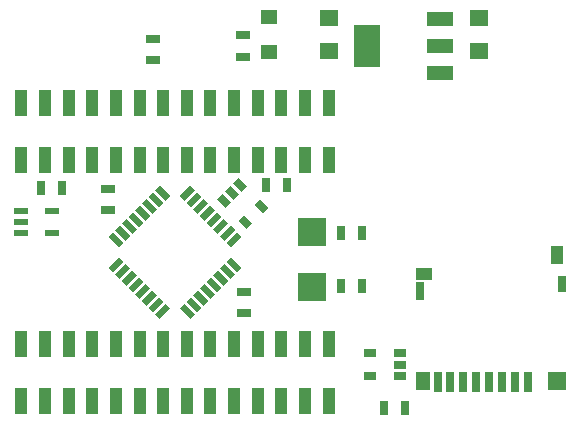
<source format=gtp>
G75*
G70*
%OFA0B0*%
%FSLAX24Y24*%
%IPPOS*%
%LPD*%
%AMOC8*
5,1,8,0,0,1.08239X$1,22.5*
%
%ADD10R,0.0394X0.0866*%
%ADD11R,0.0500X0.0220*%
%ADD12R,0.0220X0.0500*%
%ADD13R,0.0880X0.0480*%
%ADD14R,0.0866X0.1417*%
%ADD15R,0.0630X0.0551*%
%ADD16R,0.0551X0.0472*%
%ADD17R,0.0472X0.0315*%
%ADD18R,0.0945X0.0945*%
%ADD19R,0.0315X0.0472*%
%ADD20R,0.0472X0.0217*%
%ADD21R,0.0276X0.0689*%
%ADD22R,0.0492X0.0591*%
%ADD23R,0.0591X0.0591*%
%ADD24R,0.0315X0.0591*%
%ADD25R,0.0571X0.0394*%
%ADD26R,0.0315X0.0551*%
%ADD27R,0.0394X0.0610*%
%ADD28R,0.0390X0.0272*%
%ADD29R,0.0272X0.0390*%
D10*
X000792Y001411D03*
X001580Y001411D03*
X002367Y001411D03*
X003154Y001411D03*
X003942Y001411D03*
X004729Y001411D03*
X005517Y001411D03*
X006304Y001411D03*
X007091Y001411D03*
X007879Y001411D03*
X008666Y001411D03*
X009454Y001411D03*
X010241Y001411D03*
X011028Y001411D03*
X011028Y003300D03*
X010241Y003300D03*
X009454Y003300D03*
X008666Y003300D03*
X007879Y003300D03*
X007091Y003300D03*
X006304Y003300D03*
X005517Y003300D03*
X004729Y003300D03*
X003942Y003300D03*
X003154Y003300D03*
X002367Y003300D03*
X001580Y003300D03*
X000792Y003300D03*
X000792Y009442D03*
X001580Y009442D03*
X002367Y009442D03*
X003154Y009442D03*
X003942Y009442D03*
X004729Y009442D03*
X005517Y009442D03*
X006304Y009442D03*
X007091Y009442D03*
X007879Y009442D03*
X008666Y009442D03*
X009454Y009442D03*
X010241Y009442D03*
X011028Y009442D03*
X011028Y011332D03*
X010241Y011332D03*
X009454Y011332D03*
X008666Y011332D03*
X007879Y011332D03*
X007091Y011332D03*
X006304Y011332D03*
X005517Y011332D03*
X004729Y011332D03*
X003942Y011332D03*
X003154Y011332D03*
X002367Y011332D03*
X001580Y011332D03*
X000792Y011332D03*
D11*
G36*
X005174Y008377D02*
X005526Y008025D01*
X005370Y007869D01*
X005018Y008221D01*
X005174Y008377D01*
G37*
G36*
X005397Y008600D02*
X005749Y008248D01*
X005593Y008092D01*
X005241Y008444D01*
X005397Y008600D01*
G37*
G36*
X004951Y008154D02*
X005303Y007802D01*
X005147Y007646D01*
X004795Y007998D01*
X004951Y008154D01*
G37*
G36*
X004729Y007932D02*
X005081Y007580D01*
X004925Y007424D01*
X004573Y007776D01*
X004729Y007932D01*
G37*
G36*
X004506Y007709D02*
X004858Y007357D01*
X004702Y007201D01*
X004350Y007553D01*
X004506Y007709D01*
G37*
G36*
X004283Y007486D02*
X004635Y007134D01*
X004479Y006978D01*
X004127Y007330D01*
X004283Y007486D01*
G37*
G36*
X004060Y007264D02*
X004412Y006912D01*
X004256Y006756D01*
X003904Y007108D01*
X004060Y007264D01*
G37*
G36*
X003838Y007041D02*
X004190Y006689D01*
X004034Y006533D01*
X003682Y006885D01*
X003838Y007041D01*
G37*
G36*
X006673Y005096D02*
X007025Y004744D01*
X006869Y004588D01*
X006517Y004940D01*
X006673Y005096D01*
G37*
G36*
X006896Y005319D02*
X007248Y004967D01*
X007092Y004811D01*
X006740Y005163D01*
X006896Y005319D01*
G37*
G36*
X007119Y005542D02*
X007471Y005190D01*
X007315Y005034D01*
X006963Y005386D01*
X007119Y005542D01*
G37*
G36*
X007341Y005764D02*
X007693Y005412D01*
X007537Y005256D01*
X007185Y005608D01*
X007341Y005764D01*
G37*
G36*
X007564Y005987D02*
X007916Y005635D01*
X007760Y005479D01*
X007408Y005831D01*
X007564Y005987D01*
G37*
G36*
X007787Y006210D02*
X008139Y005858D01*
X007983Y005702D01*
X007631Y006054D01*
X007787Y006210D01*
G37*
G36*
X006450Y004874D02*
X006802Y004522D01*
X006646Y004366D01*
X006294Y004718D01*
X006450Y004874D01*
G37*
G36*
X006228Y004651D02*
X006580Y004299D01*
X006424Y004143D01*
X006072Y004495D01*
X006228Y004651D01*
G37*
D12*
G36*
X005593Y004651D02*
X005749Y004495D01*
X005397Y004143D01*
X005241Y004299D01*
X005593Y004651D01*
G37*
G36*
X005370Y004874D02*
X005526Y004718D01*
X005174Y004366D01*
X005018Y004522D01*
X005370Y004874D01*
G37*
G36*
X005147Y005096D02*
X005303Y004940D01*
X004951Y004588D01*
X004795Y004744D01*
X005147Y005096D01*
G37*
G36*
X004925Y005319D02*
X005081Y005163D01*
X004729Y004811D01*
X004573Y004967D01*
X004925Y005319D01*
G37*
G36*
X004702Y005542D02*
X004858Y005386D01*
X004506Y005034D01*
X004350Y005190D01*
X004702Y005542D01*
G37*
G36*
X004479Y005764D02*
X004635Y005608D01*
X004283Y005256D01*
X004127Y005412D01*
X004479Y005764D01*
G37*
G36*
X004256Y005987D02*
X004412Y005831D01*
X004060Y005479D01*
X003904Y005635D01*
X004256Y005987D01*
G37*
G36*
X004034Y006210D02*
X004190Y006054D01*
X003838Y005702D01*
X003682Y005858D01*
X004034Y006210D01*
G37*
G36*
X006646Y008377D02*
X006802Y008221D01*
X006450Y007869D01*
X006294Y008025D01*
X006646Y008377D01*
G37*
G36*
X006424Y008600D02*
X006580Y008444D01*
X006228Y008092D01*
X006072Y008248D01*
X006424Y008600D01*
G37*
G36*
X006869Y008154D02*
X007025Y007998D01*
X006673Y007646D01*
X006517Y007802D01*
X006869Y008154D01*
G37*
G36*
X007092Y007932D02*
X007248Y007776D01*
X006896Y007424D01*
X006740Y007580D01*
X007092Y007932D01*
G37*
G36*
X007315Y007709D02*
X007471Y007553D01*
X007119Y007201D01*
X006963Y007357D01*
X007315Y007709D01*
G37*
G36*
X007537Y007486D02*
X007693Y007330D01*
X007341Y006978D01*
X007185Y007134D01*
X007537Y007486D01*
G37*
G36*
X007760Y007264D02*
X007916Y007108D01*
X007564Y006756D01*
X007408Y006912D01*
X007760Y007264D01*
G37*
G36*
X007983Y007041D02*
X008139Y006885D01*
X007787Y006533D01*
X007631Y006689D01*
X007983Y007041D01*
G37*
D13*
X014755Y012336D03*
X014755Y013246D03*
X014755Y014156D03*
D14*
X012315Y013246D03*
D15*
X011035Y013070D03*
X011035Y014173D03*
X016035Y014173D03*
X016035Y013070D03*
D16*
X009035Y013031D03*
X009035Y014212D03*
D17*
X008160Y013601D03*
X008160Y012892D03*
X005160Y012767D03*
X005160Y013476D03*
X003660Y008476D03*
X003660Y007767D03*
X008223Y005038D03*
X008223Y004330D03*
D18*
X010473Y005216D03*
X010473Y007027D03*
D19*
X011431Y006996D03*
X012140Y006996D03*
X012140Y005246D03*
X011431Y005246D03*
X009640Y008621D03*
X008931Y008621D03*
X002140Y008496D03*
X001431Y008496D03*
X012868Y001184D03*
X013577Y001184D03*
D20*
X001797Y006997D03*
X001797Y007745D03*
X000773Y007745D03*
X000773Y007371D03*
X000773Y006997D03*
D21*
X014660Y002027D03*
X015093Y002027D03*
X015526Y002027D03*
X015959Y002027D03*
X016393Y002027D03*
X016826Y002027D03*
X017259Y002027D03*
X017692Y002027D03*
D22*
X014178Y002076D03*
D23*
X018656Y002076D03*
D24*
X014089Y005068D03*
D25*
X014217Y005659D03*
D26*
X018794Y005324D03*
D27*
X018641Y006279D03*
D28*
X013418Y002995D03*
X013418Y002621D03*
X013418Y002247D03*
X012398Y002247D03*
X012398Y002995D03*
D29*
G36*
X008024Y007411D02*
X008217Y007604D01*
X008492Y007329D01*
X008299Y007136D01*
X008024Y007411D01*
G37*
G36*
X008553Y007940D02*
X008746Y008133D01*
X009021Y007858D01*
X008828Y007665D01*
X008553Y007940D01*
G37*
G36*
X007567Y008396D02*
X007760Y008589D01*
X008035Y008314D01*
X007842Y008121D01*
X007567Y008396D01*
G37*
G36*
X007303Y008132D02*
X007496Y008325D01*
X007771Y008050D01*
X007578Y007857D01*
X007303Y008132D01*
G37*
G36*
X007832Y008661D02*
X008025Y008854D01*
X008300Y008579D01*
X008107Y008386D01*
X007832Y008661D01*
G37*
M02*

</source>
